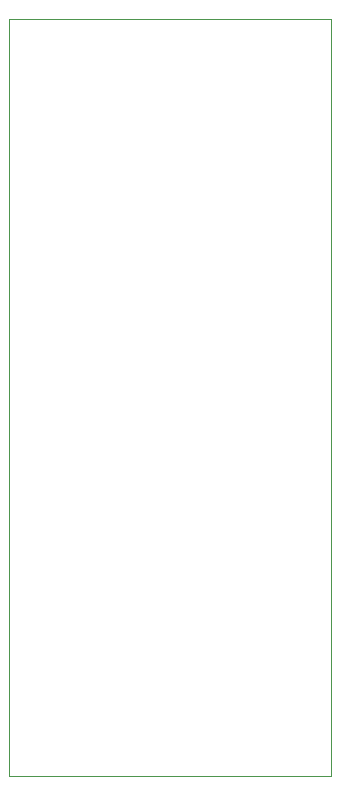
<source format=gbr>
%TF.GenerationSoftware,KiCad,Pcbnew,(6.0.0)*%
%TF.CreationDate,2022-06-05T20:03:01+09:00*%
%TF.ProjectId,phemu6809_emuz80_cnvpcb,7068656d-7536-4383-9039-5f656d757a38,rev?*%
%TF.SameCoordinates,Original*%
%TF.FileFunction,Profile,NP*%
%FSLAX46Y46*%
G04 Gerber Fmt 4.6, Leading zero omitted, Abs format (unit mm)*
G04 Created by KiCad (PCBNEW (6.0.0)) date 2022-06-05 20:03:01*
%MOMM*%
%LPD*%
G01*
G04 APERTURE LIST*
%TA.AperFunction,Profile*%
%ADD10C,0.100000*%
%TD*%
G04 APERTURE END LIST*
D10*
X105410000Y-53975000D02*
X132715000Y-53975000D01*
X132715000Y-53975000D02*
X132715000Y-118110000D01*
X132715000Y-118110000D02*
X105410000Y-118110000D01*
X105410000Y-118110000D02*
X105410000Y-53975000D01*
M02*

</source>
